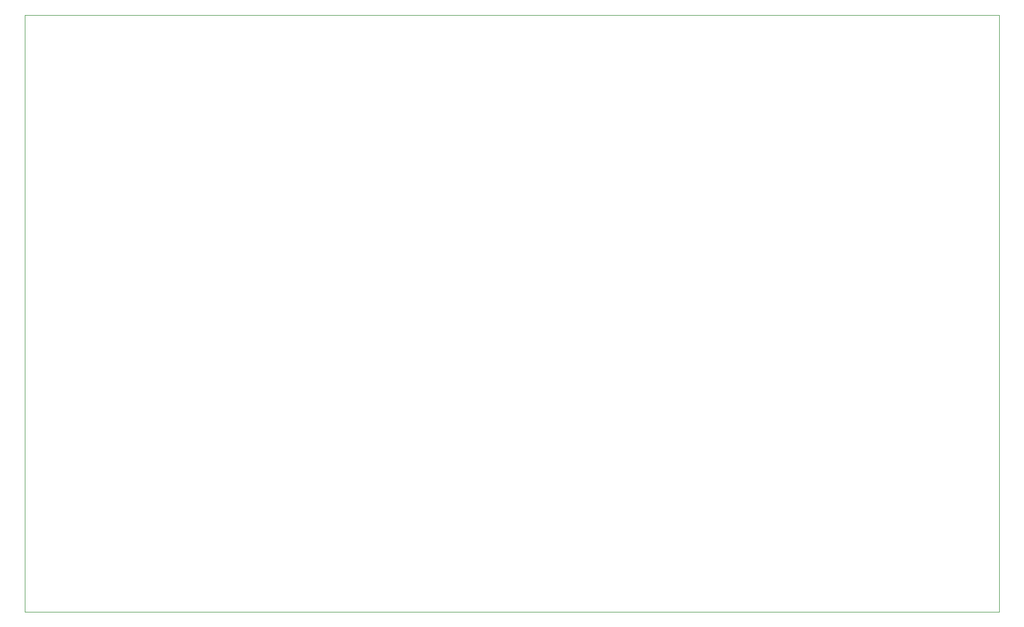
<source format=gbr>
%TF.GenerationSoftware,KiCad,Pcbnew,(6.0.9)*%
%TF.CreationDate,2024-05-17T13:50:49+01:00*%
%TF.ProjectId,Controller,436f6e74-726f-46c6-9c65-722e6b696361,rev?*%
%TF.SameCoordinates,Original*%
%TF.FileFunction,Profile,NP*%
%FSLAX46Y46*%
G04 Gerber Fmt 4.6, Leading zero omitted, Abs format (unit mm)*
G04 Created by KiCad (PCBNEW (6.0.9)) date 2024-05-17 13:50:49*
%MOMM*%
%LPD*%
G01*
G04 APERTURE LIST*
%TA.AperFunction,Profile*%
%ADD10C,0.100000*%
%TD*%
G04 APERTURE END LIST*
D10*
X86900000Y-32500000D02*
X239780000Y-32500000D01*
X239780000Y-32500000D02*
X239780000Y-126120000D01*
X239780000Y-126120000D02*
X86900000Y-126120000D01*
X86900000Y-126120000D02*
X86900000Y-32500000D01*
M02*

</source>
